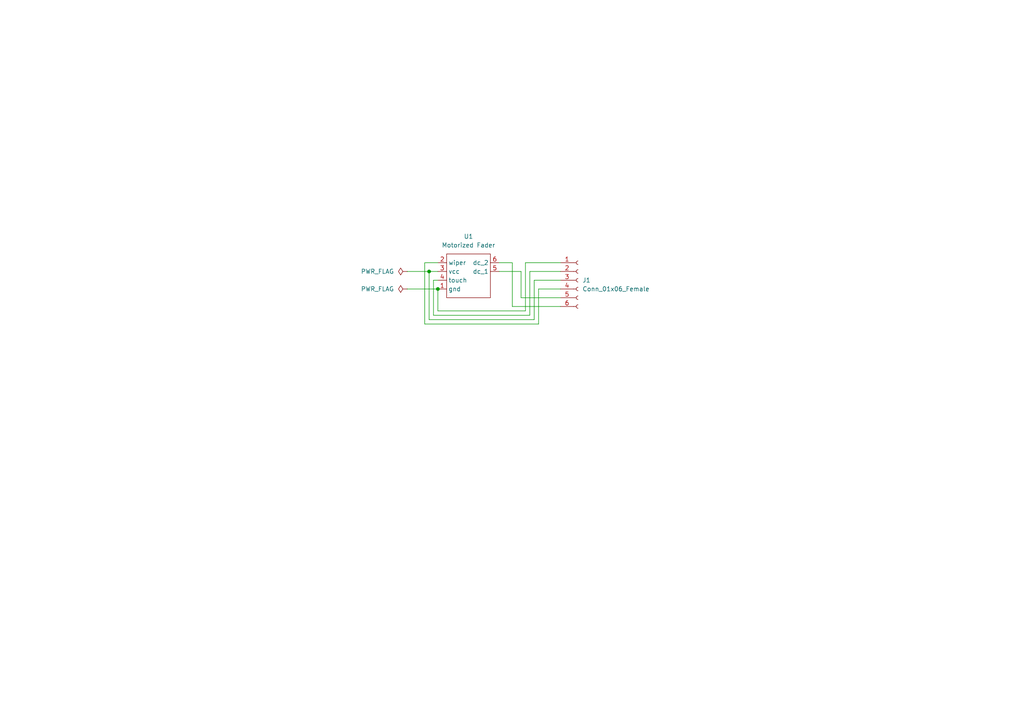
<source format=kicad_sch>
(kicad_sch (version 20211123) (generator eeschema)
  (paper "A4")
  (title_block (title "Motorized Fader") (date "2023-07-07") (rev "1"))
  (lib_symbols
    (symbol "Connector:Conn_01x06_Female" (pin_names (offset 1.016) hide)
      (property "Reference" "J" (at 0 7.62 0))
      (property "Value" "Conn_01x06_Female" (at 0 -10.16 0))
      (symbol "Conn_01x06_Female_1_1"
        (arc (start 0 -7.112) (mid -0.508 -7.62) (end 0 -8.128) (stroke (width 0.1524)))
        (arc (start 0 -4.572) (mid -0.508 -5.08) (end 0 -5.588) (stroke (width 0.1524)))
        (arc (start 0 -2.032) (mid -0.508 -2.54) (end 0 -3.048) (stroke (width 0.1524)))
        (polyline (pts (xy -1.27 -7.62) (xy -0.508 -7.62)) (stroke (width 0.1524)))
        (polyline (pts (xy -1.27 -5.08) (xy -0.508 -5.08)) (stroke (width 0.1524)))
        (polyline (pts (xy -1.27 -2.54) (xy -0.508 -2.54)) (stroke (width 0.1524)))
        (polyline (pts (xy -1.27 0) (xy -0.508 0)) (stroke (width 0.1524)))
        (polyline (pts (xy -1.27 2.54) (xy -0.508 2.54)) (stroke (width 0.1524)))
        (polyline (pts (xy -1.27 5.08) (xy -0.508 5.08)) (stroke (width 0.1524)))
        (arc (start 0 0.508) (mid -0.508 0) (end 0 -0.508) (stroke (width 0.1524)))
        (arc (start 0 3.048) (mid -0.508 2.54) (end 0 2.032) (stroke (width 0.1524)))
        (arc (start 0 5.588) (mid -0.508 5.08) (end 0 4.572) (stroke (width 0.1524)))
        (pin passive line (at -5.08 5.08 0) (length 3.81) (name "Pin_1") (number "1"))
        (pin passive line (at -5.08 2.54 0) (length 3.81) (name "Pin_2") (number "2"))
        (pin passive line (at -5.08 0 0) (length 3.81) (name "Pin_3") (number "3"))
        (pin passive line (at -5.08 -2.54 0) (length 3.81) (name "Pin_4") (number "4"))
        (pin passive line (at -5.08 -5.08 0) (length 3.81) (name "Pin_5") (number "5"))
        (pin passive line (at -5.08 -7.62 0) (length 3.81) (name "Pin_6") (number "6"))
      )
    )
    (symbol "Device:Motorized Fader"
      (property "Reference" "U" (at 2.54 -3.81 0))
      (property "Value" "Motorized Fader" (at 0 8.89 0))
      (symbol "Motorized Fader_0_1"
        (rectangle (start -6.35 6.35) (end 6.35 -6.35))
      )
      (symbol "Motorized Fader_1_1"
        (pin power_in line (at -8.89 -3.81 0) (length 2.54) (name "gnd") (number "1"))
        (pin input line (at -8.89 3.81 0) (length 2.54) (name "wiper") (number "2"))
        (pin power_in line (at -8.89 1.27 0) (length 2.54) (name "vcc") (number "3"))
        (pin input line (at -8.89 -1.27 0) (length 2.54) (name "touch") (number "4"))
        (pin input line (at 8.89 1.27 180) (length 2.54) (name "dc_1") (number "5"))
        (pin input line (at 8.89 3.81 180) (length 2.54) (name "dc_2") (number "6"))
      )
    )
    (symbol "power:PWR_FLAG" (power) (pin_numbers hide) (pin_names (offset 0) hide)
      (property "Value" "PWR_FLAG" (at 0 3.81 0))
      (symbol "PWR_FLAG_0_0"
        (pin power_out line (at 0 0 90) (length 0) (name "pwr") (number "1"))
      )
      (symbol "PWR_FLAG_0_1"
        (polyline (pts (xy 0 0) (xy 0 1.27) (xy -1.016 1.905) (xy 0 2.54) (xy 1.016 1.905) (xy 0 1.27)))
      )
    )
  )
  (junction (at 124.46 78.74))
  (junction (at 127 83.82))
  (wire (pts (xy 125.73 81.28) (xy 127 81.28)))
  (wire (pts (xy 162.56 78.74) (xy 153.67 78.74)))
  (wire (pts (xy 152.4 90.17) (xy 152.4 76.2)))
  (wire (pts (xy 118.11 83.82) (xy 127 83.82)))
  (wire (pts (xy 124.46 92.71) (xy 124.46 78.74)))
  (wire (pts (xy 123.19 76.2) (xy 127 76.2)))
  (wire (pts (xy 127 83.82) (xy 127 90.17)))
  (wire (pts (xy 156.21 83.82) (xy 156.21 93.98)))
  (wire (pts (xy 144.78 76.2) (xy 148.59 76.2)))
  (wire (pts (xy 127 90.17) (xy 152.4 90.17)))
  (wire (pts (xy 148.59 76.2) (xy 148.59 88.9)))
  (wire (pts (xy 125.73 91.44) (xy 125.73 81.28)))
  (wire (pts (xy 151.13 86.36) (xy 162.56 86.36)))
  (wire (pts (xy 154.94 81.28) (xy 154.94 92.71)))
  (wire (pts (xy 123.19 93.98) (xy 123.19 76.2)))
  (wire (pts (xy 154.94 92.71) (xy 124.46 92.71)))
  (wire (pts (xy 148.59 88.9) (xy 162.56 88.9)))
  (wire (pts (xy 151.13 78.74) (xy 151.13 86.36)))
  (wire (pts (xy 118.11 78.74) (xy 124.46 78.74)))
  (wire (pts (xy 162.56 83.82) (xy 156.21 83.82)))
  (wire (pts (xy 144.78 78.74) (xy 151.13 78.74)))
  (wire (pts (xy 156.21 93.98) (xy 123.19 93.98)))
  (wire (pts (xy 124.46 78.74) (xy 127 78.74)))
  (wire (pts (xy 153.67 91.44) (xy 125.73 91.44)))
  (wire (pts (xy 153.67 78.74) (xy 153.67 91.44)))
  (wire (pts (xy 152.4 76.2) (xy 162.56 76.2)))
  (wire (pts (xy 162.56 81.28) (xy 154.94 81.28)))
  (symbol (lib_id "Device:Motorized Fader") (at 135.89 80.01 0) (unit 1)
    (property "Reference" "U1" (at 135.89 68.58 0))
    (property "Value" "Motorized Fader" (at 135.89 71.12 0))
    (property "Footprint" "Potentiometer_THT:Motorizeded_Fader" (effects hide))
  )
  (symbol (lib_id "power:PWR_FLAG") (at 118.11 78.74 90) (unit 1)
    (property "Reference" "#FLG01" (effects hide))
    (property "Value" "PWR_FLAG" (at 114.3 78.7399 90) (effects (justify left)))
  )
  (symbol (lib_id "power:PWR_FLAG") (at 118.11 83.82 90) (unit 1)
    (property "Reference" "#FLG02" (effects hide))
    (property "Value" "PWR_FLAG" (at 114.3 83.8199 90) (effects (justify left)))
  )
  (symbol (lib_id "Connector:Conn_01x06_Female") (at 167.64 81.28 0) (unit 1)
    (property "Reference" "J1" (at 168.91 81.2799 0) (effects (justify left)))
    (property "Value" "Conn_01x06_Female" (at 168.91 83.8199 0) (effects (justify left)))
    (property "Footprint" "Connector_IDC:IDC-Header_2x03_P2.54mm_Vertical" (effects hide))
  )
)
</source>
